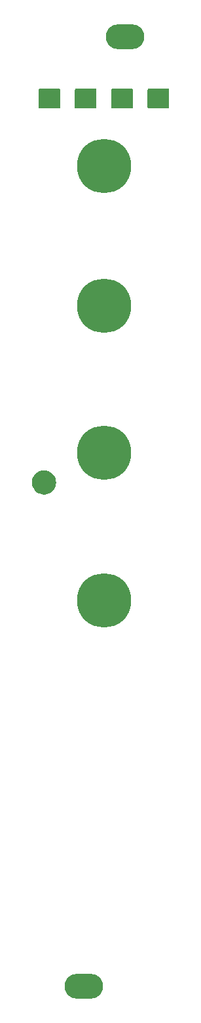
<source format=gbr>
%TF.GenerationSoftware,KiCad,Pcbnew,7.0.7*%
%TF.CreationDate,2023-08-25T17:49:50+01:00*%
%TF.ProjectId,L4O_Panel2,4c344f5f-5061-46e6-956c-322e6b696361,rev?*%
%TF.SameCoordinates,Original*%
%TF.FileFunction,Soldermask,Top*%
%TF.FilePolarity,Negative*%
%FSLAX46Y46*%
G04 Gerber Fmt 4.6, Leading zero omitted, Abs format (unit mm)*
G04 Created by KiCad (PCBNEW 7.0.7) date 2023-08-25 17:49:50*
%MOMM*%
%LPD*%
G01*
G04 APERTURE LIST*
%ADD10O,5.000000X3.200000*%
%ADD11C,7.000000*%
G04 APERTURE END LIST*
D10*
%TO.C,Ref\u002A\u002A*%
X62080000Y-37300000D03*
%TD*%
%TO.C,Ref\u002A\u002A*%
X56780000Y-159800000D03*
%TD*%
D11*
%TO.C,Ref\u002A\u002A*%
X59400000Y-110000000D03*
%TD*%
%TO.C,Ref\u002A\u002A*%
X59400000Y-91000000D03*
%TD*%
%TO.C,Ref\u002A\u002A*%
X59400000Y-54000000D03*
%TD*%
%TO.C,Ref\u002A\u002A*%
X59400000Y-72000000D03*
%TD*%
G36*
X58342121Y-44020002D02*
G01*
X58388614Y-44073658D01*
X58400000Y-44126000D01*
X58400000Y-46374000D01*
X58379998Y-46442121D01*
X58326342Y-46488614D01*
X58274000Y-46500000D01*
X55726000Y-46500000D01*
X55657879Y-46479998D01*
X55611386Y-46426342D01*
X55600000Y-46374000D01*
X55600000Y-44126000D01*
X55620002Y-44057879D01*
X55673658Y-44011386D01*
X55726000Y-44000000D01*
X58274000Y-44000000D01*
X58342121Y-44020002D01*
G37*
G36*
X67742121Y-44020002D02*
G01*
X67788614Y-44073658D01*
X67800000Y-44126000D01*
X67800000Y-46374000D01*
X67779998Y-46442121D01*
X67726342Y-46488614D01*
X67674000Y-46500000D01*
X65126000Y-46500000D01*
X65057879Y-46479998D01*
X65011386Y-46426342D01*
X65000000Y-46374000D01*
X65000000Y-44126000D01*
X65020002Y-44057879D01*
X65073658Y-44011386D01*
X65126000Y-44000000D01*
X67674000Y-44000000D01*
X67742121Y-44020002D01*
G37*
G36*
X63042121Y-44020002D02*
G01*
X63088614Y-44073658D01*
X63100000Y-44126000D01*
X63100000Y-46374000D01*
X63079998Y-46442121D01*
X63026342Y-46488614D01*
X62974000Y-46500000D01*
X60426000Y-46500000D01*
X60357879Y-46479998D01*
X60311386Y-46426342D01*
X60300000Y-46374000D01*
X60300000Y-44126000D01*
X60320002Y-44057879D01*
X60373658Y-44011386D01*
X60426000Y-44000000D01*
X62974000Y-44000000D01*
X63042121Y-44020002D01*
G37*
G36*
X51893473Y-93247468D02*
G01*
X51898542Y-93248071D01*
X51925511Y-93252414D01*
X51930334Y-93253388D01*
X52114643Y-93298298D01*
X52133314Y-93304452D01*
X52301378Y-93375057D01*
X52318843Y-93384084D01*
X52473905Y-93480531D01*
X52489262Y-93491806D01*
X52707503Y-93679476D01*
X52720553Y-93692508D01*
X52908718Y-93910674D01*
X52920055Y-93926077D01*
X53016882Y-94081445D01*
X53025982Y-94099036D01*
X53096603Y-94267278D01*
X53102785Y-94286093D01*
X53147470Y-94470662D01*
X53148443Y-94475524D01*
X53152490Y-94500995D01*
X53153076Y-94505983D01*
X53174858Y-94789856D01*
X53174769Y-94809922D01*
X53151073Y-95086620D01*
X53148016Y-95105329D01*
X53105877Y-95278683D01*
X53100425Y-95295677D01*
X53033621Y-95461723D01*
X53025785Y-95477757D01*
X52932474Y-95638279D01*
X52930092Y-95642057D01*
X52901689Y-95683701D01*
X52898003Y-95688572D01*
X52719472Y-95901791D01*
X52702053Y-95918859D01*
X52491970Y-96087608D01*
X52472555Y-96100406D01*
X52232959Y-96227871D01*
X52212586Y-96236476D01*
X51945672Y-96322072D01*
X51940330Y-96323526D01*
X51898895Y-96332837D01*
X51894246Y-96333697D01*
X51709123Y-96360693D01*
X51690282Y-96361987D01*
X51510311Y-96360611D01*
X51491492Y-96359029D01*
X51313852Y-96330345D01*
X51295432Y-96325904D01*
X51026886Y-96238977D01*
X51009300Y-96231753D01*
X50750842Y-96101593D01*
X50746685Y-96099296D01*
X50740546Y-96095590D01*
X50736359Y-96092826D01*
X50579563Y-95979931D01*
X50564320Y-95966965D01*
X50433068Y-95835662D01*
X50420109Y-95820414D01*
X50307288Y-95663595D01*
X50304528Y-95659411D01*
X50301493Y-95654381D01*
X50299203Y-95650235D01*
X50168853Y-95391346D01*
X50161654Y-95373832D01*
X50074426Y-95104846D01*
X50069994Y-95086542D01*
X50040976Y-94908489D01*
X50039368Y-94889825D01*
X50037503Y-94709385D01*
X50038724Y-94690692D01*
X50065053Y-94505044D01*
X50065886Y-94500432D01*
X50074796Y-94459915D01*
X50076249Y-94454491D01*
X50161085Y-94186902D01*
X50169766Y-94166230D01*
X50297158Y-93926286D01*
X50310166Y-93906579D01*
X50479458Y-93696713D01*
X50496885Y-93679061D01*
X50711301Y-93501511D01*
X50716278Y-93497793D01*
X50757314Y-93470231D01*
X50762928Y-93466876D01*
X51009124Y-93336824D01*
X51033362Y-93327129D01*
X51293232Y-93253787D01*
X51316100Y-93249597D01*
X51589936Y-93225628D01*
X51610328Y-93225527D01*
X51893473Y-93247468D01*
G37*
G36*
X53642121Y-44020002D02*
G01*
X53688614Y-44073658D01*
X53700000Y-44126000D01*
X53700000Y-46374000D01*
X53679998Y-46442121D01*
X53626342Y-46488614D01*
X53574000Y-46500000D01*
X51026000Y-46500000D01*
X50957879Y-46479998D01*
X50911386Y-46426342D01*
X50900000Y-46374000D01*
X50900000Y-44126000D01*
X50920002Y-44057879D01*
X50973658Y-44011386D01*
X51026000Y-44000000D01*
X53574000Y-44000000D01*
X53642121Y-44020002D01*
G37*
M02*

</source>
